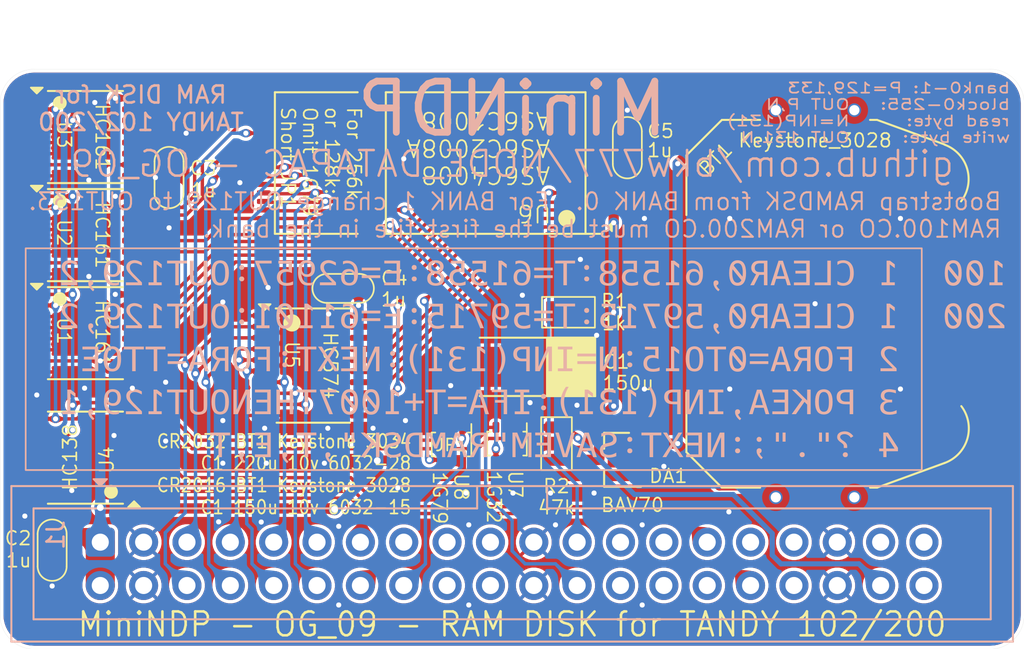
<source format=kicad_pcb>
(kicad_pcb (version 20241229) (generator "pcbnew") (generator_version "9.0")
  (title_block (title "MiniNDP") (date "2025-11-20") (rev "OG_09") (company "Brian K. White - b.kenyon.w@gmail.com") (comment 1 "github.com/bkw777/NODE_DATAPAC"))
  (layers (0 "F.Cu" signal) (2 "B.Cu" signal) (13 "F.Paste" user) (15 "B.Paste" user) (5 "F.SilkS" user "F.Silkscreen") (7 "B.SilkS" user "B.Silkscreen") (1 "F.Mask" user) (3 "B.Mask" user) (25 "Edge.Cuts" user))
  (net 0 "")
  (net 1 "GND")
  (net 2 "VMEM")
  (net 3 "VBUS")
  (net 4 "/AD0")
  (net 5 "/AD1")
  (net 6 "/AD2")
  (net 7 "/AD3")
  (net 8 "/AD4")
  (net 9 "/AD5")
  (net 10 "/AD6")
  (net 11 "/AD7")
  (net 12 "/A8")
  (net 13 "/A9")
  (net 14 "/A10")
  (net 15 "/A11")
  (net 16 "/A12")
  (net 17 "/A13")
  (net 18 "/A14")
  (net 19 "/A15")
  (net 20 "/~{RD}")
  (net 21 "/RAMRST")
  (net 22 "/~{Y0}")
  (net 23 "/(A)")
  (net 29 "/~{BLOCK}")
  (net 30 "/~{BYTE}")
  (net 31 "/TC0")
  (net 34 "/BUS_A10")
  (net 38 "/A5")
  (net 39 "/A6")
  (net 40 "/TC1")
  (net 41 "/~{CE}")
  (net 42 "/A7")
  (net 43 "+BATT")
  (net 44 "/BUS_A8")
  (net 45 "/BUS_A9")
  (net 46 "/A16")
  (net 47 "/A17")
  (net 48 "/A0")
  (net 49 "/A1")
  (net 50 "/A2")
  (net 51 "/A3")
  (net 52 "/A4")
  (net 65 "/A18_CE2")
  (net 68 "/~{WR}")
  (net 69 "Net-(C1-Pad1)")
  (footprint "000_LOCAL:CP_6032" (layer "F.Cu") (at 153.05 103.475 180)
    (property "Reference" "C1")
    (property "Value" "150u")
  )
  (footprint "000_LOCAL:TSSOP-16" (layer "F.Cu") (at 126.95 108.8 180)
    (property "Reference" "U4")
    (property "Value" "HC138")
  )
  (footprint "000_LOCAL:TSSOP-20" (layer "F.Cu") (at 140.3 103.4)
    (property "Reference" "U5")
    (property "Value" "HC574")
  )
  (footprint "000_LOCAL:C_0805" (layer "F.Cu") (at 142.05 98.875 180)
    (property "Reference" "C4")
    (property "Value" "1u")
  )
  (footprint "000_LOCAL:Fiducial_0.75_1.5" (layer "F.Cu") (at 179.95 88.025 180)
    (property "Reference" "F3" (hide yes))
    (property "Value" "Fiducial_0.75_1.5" (hide yes))
  )
  (footprint "000_LOCAL:TSSOP-16" (layer "F.Cu") (at 126.949999 95.75)
    (property "Reference" "U2")
    (property "Value" "HC161")
  )
  (footprint "000_LOCAL:C_0805" (layer "F.Cu") (at 158.7 90.625 90)
    (property "Reference" "C5")
    (property "Value" "1u")
  )
  (footprint "000_LOCAL:R_0805" (layer "F.Cu") (at 155.250002 100.275 180)
    (property "Reference" "R1")
    (property "Value" "1k")
  )
  (footprint "000_LOCAL:SOT-23" (layer "F.Cu") (at 158.1 108.925 180)
    (property "Reference" "DA1")
    (property "Value" "BAV70")
  )
  (footprint "000_LOCAL:SOT-353_SC-70-5" (layer "F.Cu") (at 151.65 107.975 -90)
    (property "Reference" "U7")
    (property "Value" "1G32")
  )
  (footprint "000_LOCAL:SOT-353_SC-70-5" (layer "F.Cu") (at 148.4 108.025 -90)
    (property "Reference" "U8")
    (property "Value" "1G79")
  )
  (footprint "000_LOCAL:R_0805" (layer "F.Cu") (at 154.55 107.975 90)
    (property "Reference" "R2")
    (property "Value" "47k")
  )
  (footprint "000_LOCAL:C_0805" (layer "F.Cu") (at 131.85 92.375 90)
    (property "Reference" "C3")
    (property "Value" "1u")
  )
  (footprint "000_LOCAL:MiniNDP_Cover_THIN" (layer "F.Cu") (at 151.95 103)
    (property "Reference" "N1")
    (property "Value" "MiniNDP_Cover_THIN")
  )
  (footprint "000_LOCAL:TSSOP-16" (layer "F.Cu") (at 126.95 90)
    (property "Reference" "U3")
    (property "Value" "HC161")
  )
  (footprint "000_LOCAL:Fiducial_0.75_1.5" (layer "F.Cu") (at 123.95 118.025)
    (property "Reference" "F3" (hide yes))
    (property "Value" "Fiducial_0.75_1.5" (hide yes))
  )
  (footprint "000_LOCAL:SolderJumper-2_Open 0.65mm" (layer "F.Cu") (at 148.400002 108.975001 180)
    (property "Reference" "JP1")
    (property "Value" "256k" (hide yes))
  )
  (footprint "000_LOCAL:Fiducial_0.75_1.5" (layer "F.Cu") (at 179.95 118.025 90)
    (property "Reference" "F3" (hide yes))
    (property "Value" "Fiducial_0.75_1.5" (hide yes))
  )
  (footprint "000_LOCAL:pth_nail" (layer "F.Cu") (at 167.4 88.425)
    (property "Reference" "REF**" (hide yes))
    (property "Value" "pth_nail" (hide yes))
  )
  (footprint "000_LOCAL:Keystone_3028_3034" (layer "F.Cu") (at 169.7 99.775 90)
    (property "Reference" "BT1")
    (property "Value" "Keystone_3028")
  )
  (footprint "000_LOCAL:pth_nail" (layer "F.Cu") (at 172 111.125)
    (property "Reference" "REF**" (hide yes))
    (property "Value" "pth_nail" (hide yes))
  )
  (footprint "000_LOCAL:pth_nail" (layer "F.Cu") (at 172 88.425)
    (property "Reference" "REF**" (hide yes))
    (property "Value" "pth_nail" (hide yes))
  )
  (footprint "000_LOCAL:TSOP32-dual" (layer "F.Cu") (at 150.4 91.525 180)
    (property "Reference" "U6")
    (property "Value" "AS6C4008")
  )
  (footprint "000_LOCAL:TSSOP-16" (layer "F.Cu") (at 126.95 101.5)
    (property "Reference" "U1")
    (property "Value" "HC161")
  )
  (footprint "000_LOCAL:pth_nail" (layer "F.Cu") (at 167.4 111.125)
    (property "Reference" "REF**" (hide yes))
    (property "Value" "pth_nail" (hide yes))
  )
  (footprint "000_LOCAL:C_0805" (layer "F.Cu") (at 125 114.225 -90)
    (property "Reference" "C2")
    (property "Value" "1u")
  )
  (footprint "000_LOCAL:IDC-Header_2x20_P2.54mm_Vertical" (layer "B.Cu") (at 127.82 113.755 -90)
    (property "Reference" "J1")
    (property "Value" "Conn_02x20_Odd_Even")
  )
  (gr_poly (pts (xy 128.064 97.575) (xy 127.864 97.375) (xy 128.264 97.375)) (stroke (width 0.2)) (fill yes) (layer "F.Cu") (net 31))
  (gr_poly (pts (xy 128.064 91.825) (xy 127.864 91.625) (xy 128.264 91.625)) (stroke (width 0.2)) (fill yes) (layer "F.Cu") (net 40))
  (gr_poly (pts (xy 144.493 107.575) (xy 144.693 107.775) (xy 144.293 107.775)) (stroke (width 0.2)) (fill yes) (layer "F.Cu") (net 29))
  (gr_poly (pts (xy 142.95 107.575) (xy 142.95 110.275) (xy 144.1 109.125) (xy 144.1 108.725)) (stroke (width 0.6)) (fill yes) (layer "B.Cu") (net 3))
  (gr_rect (start 123.45 96.525) (end 175.95 109.525) (stroke (width 0.1)) (fill no) (layer "B.SilkS"))
  (gr_line (start 123.95 86.025) (end 179.95 86.025) (stroke (width 0.01)) (layer "Edge.Cuts"))
  (gr_arc (start 121.95 88.025) (mid 122.535786 86.610786) (end 123.95 86.025) (stroke (width 0.01)) (layer "Edge.Cuts"))
  (gr_line (start 179.95 120.025) (end 123.95 120.025) (stroke (width 0.01)) (layer "Edge.Cuts"))
  (gr_arc (start 179.95 86.024999) (mid 181.364214 86.610786) (end 181.950001 88.025) (stroke (width 0.01)) (layer "Edge.Cuts"))
  (gr_line (start 181.95 88.025) (end 181.95 118.025) (stroke (width 0.01)) (layer "Edge.Cuts"))
  (gr_arc (start 181.950001 118.025) (mid 181.364214 119.439214) (end 179.95 120.025001) (stroke (width 0.01)) (layer "Edge.Cuts"))
  (gr_line (start 121.95 118.025) (end 121.95 88.025) (stroke (width 0.01)) (layer "Edge.Cuts"))
  (gr_arc (start 123.95 120.025001) (mid 122.535786 119.439214) (end 121.949999 118.025) (stroke (width 0.01)) (layer "Edge.Cuts"))
  (gr_text "For 256k\nor 128k:\nOmit 1G79\nShort JP1" (at 143.15 88.175 270) (layer "F.SilkS") (effects (font (size 0.8 0.8) (thickness 0.1)) (justify left top)))
  (gr_text "CR2032 BT1 Keystone 3034\nC1 220u 10v 6032-28\nCR2016 BT1 Keystone 3028\nC1 150u 10v 6032-15\n" (at 146.1 109.775 0) (layer "F.SilkS") (effects (font (size 0.8 0.7) (thickness 0.1)) (justify right)))
  (gr_text "${TITLE} - ${REVISION} - RAM DISK for TANDY 102/200" (at 151.95 118.575 0) (layer "F.SilkS") (effects (font (size 1.4 1.3))))
  (gr_text "AS6C2008A\nAS6C1008" (at 154.25 91.225 180) (layer "F.SilkS") (effects (font (size 1 1) (thickness 0.1)) (justify left top)))
  (gr_text "${TITLE}" (at 151.95 88.355 0) (layer "B.SilkS") (effects (font (size 3 3) (thickness 0.4)) (justify mirror)))
  (gr_text "bank0-1: P=129,133\nblock0-255:	OUT P,N\nread byte:	N=INP(131)\nwrite byte:	OUT 131,N" (at 181.2 88.575 0) (layer "B.SilkS") (effects (font (size 0.6 0.8) (thickness 0.1)) (justify left mirror)))
  (gr_text "${COMMENT1} - ${REVISION}" (at 151.95 91.575 0) (layer "B.SilkS") (effects (font (size 1.5 1.5)) (justify mirror)))
  (gr_text "Bootstrap RAMDSK from BANK 0.  For BANK 1 change OUT129 to OUT133.\nRAM100.CO or RAM200.CO must be the first file in the bank." (at 180.7 95.975 0) (layer "B.SilkS") (effects (font (size 1 1) (thickness 0.12)) (justify left bottom mirror)))
  (gr_text "100  1 CLEAR0,61558:T=61558:E=62957:OUT129,2\n200  1 CLEAR0,59715:T=59715:E=61101:OUT129,2\n     2 FORA=0TO15:N=INP(131):NEXT:FORA=TTOE\n     3 POKEA,INP(131):IFA=T+1007THENOUT129,1\n     4 ?{dblquote}.{dblquote};:NEXT:SAVEM{dblquote}RAMDSK{dblquote},T,E,T" (at 180.95 109.025 0) (layer "B.SilkS") (effects (font (size 1.5 1.5) (thickness 0.1)) (justify left bottom mirror)))
  (gr_text "RAM DISK for\nTANDY 102/200" (at 130.2 88.325 0) (layer "B.SilkS") (effects (font (size 1 1)) (justify mirror)))
  (segment (start 123.15 89.675) (end 125.05 89.675) (width 0.2) (layer "F.Cu") (net 1))
  (segment (start 123.15 90.325) (end 125.05 90.325) (width 0.2) (layer "F.Cu") (net 1))
  (segment (start 123.15 95.425) (end 125.05 95.425) (width 0.2) (layer "F.Cu") (net 1))
  (segment (start 123.15 101.825) (end 125.05 101.825) (width 0.2) (layer "F.Cu") (net 1))
  (segment (start 123.15 96.075) (end 125.05 96.075) (width 0.2) (layer "F.Cu") (net 1))
  (segment (start 123.15 101.175) (end 125.05 101.175) (width 0.2) (layer "F.Cu") (net 1))
  (via (at 134.7542 112.5612) (size 0.5) (drill 0.3) (layers "F.Cu" "B.Cu") (net 1))
  (via (at 131.65 107.825) (size 0.5) (drill 0.3) (layers "F.Cu" "B.Cu") (net 1))
  (via (at 141.79 117.438) (size 0.5) (drill 0.3) (layers "F.Cu" "B.Cu") (net 1))
  (via (at 159.57 112.739) (size 0.5) (drill 0.3) (layers "F.Cu" "B.Cu") (net 1))
  (via (at 160.84 109.31) (size 0.5) (drill 0.3) (layers "F.Cu" "B.Cu") (net 1))
  (via (at 155.95 97.175) (size 0.5) (drill 0.3) (layers "F.Cu" "B.Cu") (net 1))
  (via (at 164.7 94.775) (size 0.5) (drill 0.3) (layers "F.Cu" "B.Cu") (net 1))
  (via (at 137.65 98.825) (size 0.5) (drill 0.3) (layers "F.Cu" "B.Cu") (net 1))
  (via (at 131.85 95.325) (size 0.5) (drill 0.3) (layers "F.Cu" "B.Cu") (net 1))
  (via (at 141.79 112.825) (size 0.5) (drill 0.3) (layers "F.Cu" "B.Cu") (net 1))
  (via (at 129.7 104.725) (size 0.5) (drill 0.3) (layers "F.Cu" "B.Cu") (net 1))
  (via (at 174.7 94.775) (size 0.5) (drill 0.3) (layers "F.Cu" "B.Cu") (net 1))
  (via (at 154.49 112.739) (size 0.5) (drill 0.3) (layers "F.Cu" "B.Cu") (net 1))
  (via (at 124.1 105.125) (size 0.5) (drill 0.3) (layers "F.Cu" "B.Cu") (net 1))
  (via (at 127.5 87.975) (size 0.5) (drill 0.3) (layers "F.Cu" "B.Cu") (net 1))
  (via (at 149.25 110.875) (size 0.5) (drill 0.3) (layers "F.Cu" "B.Cu") (net 1))
  (via (at 159.7 94.775) (size 0.5) (drill 0.3) (layers "F.Cu" "B.Cu") (net 1))
  (via (at 145.25 110.575) (size 0.5) (drill 0.3) (layers "F.Cu" "B.Cu") (net 1))
  (via (at 156.75 110.875) (size 0.5) (drill 0.3) (layers "F.Cu" "B.Cu") (net 1))
  (via (at 159.57 117.438) (size 0.5) (drill 0.3) (layers "F.Cu" "B.Cu") (net 1))
  (via (at 131.65 104.375) (size 0.5) (drill 0.3) (layers "F.Cu" "B.Cu") (net 1))
  (via (at 141.2 100.375) (size 0.5) (drill 0.3) (layers "F.Cu" "B.Cu") (net 1))
  (via (at 126.9 104.725) (size 0.5) (drill 0.3) (layers "F.Cu" "B.Cu") (net 1))
  (via (at 123.4 112.225) (size 0.5) (drill 0.3) (layers "F.Cu" "B.Cu") (net 1))
  (via (at 145.6 91.275) (size 0.5) (drill 0.3) (layers "F.Cu" "B.Cu") (net 1))
  (via (at 132.85 89.775) (size 0.5) (drill 0.3) (layers "F.Cu" "B.Cu") (net 1))
  (via (at 164.7 104.775) (size 0.5) (drill 0.3) (layers "F.Cu" "B.Cu") (net 1))
  (via (at 153 105.575) (size 0.5) (drill 0.3) (layers "F.Cu" "B.Cu") (net 1))
  (via (at 135 109.125) (size 0.5) (drill 0.3) (layers "F.Cu" "B.Cu") (net 1))
  (via (at 125 116.325) (size 0.5) (drill 0.3) (layers "F.Cu" "B.Cu") (net 1))
  (via (at 137.45 107.075) (size 0.5) (drill 0.3) (layers "F.Cu" "B.Cu") (net 1))
  (via (at 127.15 92.525) (size 0.5) (drill 0.3) (layers "F.Cu" "B.Cu") (net 1))
  (via (at 135 99.675) (size 0.5) (drill 0.3) (layers "F.Cu" "B.Cu") (net 1))
  (via (at 159.7 104.775) (size 0.5) (drill 0.3) (layers "F.Cu" "B.Cu") (net 1))
  (via (at 137.25 112.575) (size 0.5) (drill 0.3) (layers "F.Cu" "B.Cu") (net 1))
  (via (at 143.8 107.075) (size 0.5) (drill 0.3) (layers "F.Cu" "B.Cu") (net 1))
  (via (at 128.625 107.5) (size 0.5) (drill 0.3) (layers "F.Cu" "B.Cu") (net 1))
  (via (at 127.15 98.175) (size 0.5) (drill 0.3) (layers "F.Cu" "B.Cu") (net 1))
  (via (at 152 110.875) (size 0.5) (drill 0.3) (layers "F.Cu" "B.Cu") (net 1))
  (via (at 135 106.625) (size 0.5) (drill 0.3) (layers "F.Cu" "B.Cu") (net 1))
  (via (at 158.7 88.425) (size 0.5) (drill 0.3) (layers "F.Cu" "B.Cu") (net 1))
  (via (at 141.15 107.075) (size 0.5) (drill 0.3) (layers "F.Cu" "B.Cu") (net 1))
  (via (at 126.15 110.725) (size 0.5) (drill 0.3) (layers "F.Cu" "B.Cu") (net 1))
  (via (at 137.55 109.125) (size 0.5) (drill 0.3) (layers "F.Cu" "B.Cu") (net 1))
  (via (at 148.35 104.575) (size 0.5) (drill 0.3) (layers "F.Cu" "B.Cu") (net 1))
  (via (at 155.75 105.725) (size 0.5) (drill 0.3) (layers "F.Cu" "B.Cu") (net 1))
  (via (at 149.41 112.739) (size 0.5) (drill 0.3) (layers "F.Cu" "B.Cu") (net 1))
  (via (at 174.7 104.775) (size 0.5) (drill 0.3) (layers "F.Cu" "B.Cu") (net 1))
  (via (at 131.05 92.375) (size 0.5) (drill 0.3) (layers "F.Cu" "B.Cu") (net 1))
  (via (at 140.95 109.125) (size 0.5) (drill 0.3) (layers "F.Cu" "B.Cu") (net 1))
  (via (at 156.9 101.625) (size 0.5) (drill 0.3) (layers "F.Cu" "B.Cu") (net 1))
  (via (at 169.7 99.775) (size 0.5) (drill 0.3) (layers "F.Cu" "B.Cu") (net 1))
  (via (at 136 92.675) (size 0.5) (drill 0.3) (layers "F.Cu" "B.Cu") (net 1))
  (via (at 145.7 106.625) (size 0.5) (drill 0.3) (layers "F.Cu" "B.Cu") (net 1))
  (via (at 154.2 110.875) (size 0.5) (drill 0.3) (layers "F.Cu" "B.Cu") (net 1))
  (via (at 149.41 117.438) (size 0.5) (drill 0.3) (layers "F.Cu" "B.Cu") (net 1))
  (via (at 152.55 99.275) (size 0.5) (drill 0.3) (layers "F.Cu" "B.Cu") (net 1))
  (via (at 164.65 111.977) (size 0.5) (drill 0.3) (layers "F.Cu" "B.Cu") (net 1))
  (segment (start 152.3 108.925) (end 154.55 108.925) (width 0.4) (layer "F.Cu") (net 2))
  (segment (start 158.25 91.525) (end 158.7 91.525) (width 0.6) (layer "F.Cu") (net 2))
  (segment (start 158.45 91.775) (end 156.9 91.775) (width 0.3) (layer "F.Cu") (net 2))
  (segment (start 157.9 95.025) (end 157.9 91.875) (width 0.6) (layer "F.Cu") (net 2))
  (segment (start 157.05 108.825) (end 156.95 108.925) (width 0.6) (layer "F.Cu") (net 2))
  (segment (start 157.9 100.275) (end 156.200002 100.275) (width 0.6) (layer "F.Cu") (net 2))
  (segment (start 157.9 91.875) (end 158.25 91.525) (width 0.6) (layer "F.Cu") (net 2))
  (segment (start 156.95 108.925) (end 154.55 108.925) (width 0.6) (layer "F.Cu") (net 2))
  (segment (start 157.05 106.625) (end 157.05 108.825) (width 0.6) (layer "F.Cu") (net 2))
  (segment (start 158.7 91.525) (end 158.45 91.775) (width 0.3) (layer "F.Cu") (net 2))
  (segment (start 157.9 105.775) (end 157.05 106.625) (width 0.6) (layer "F.Cu") (net 2))
  (via (at 157.9 95.025) (size 0.6) (drill 0.3) (layers "F.Cu" "B.Cu") (net 2))
  (via (at 157.9 100.275) (size 0.6) (drill 0.3) (layers "F.Cu" "B.Cu") (net 2))
  (via (at 157.9 105.775) (size 0.6) (drill 0.3) (layers "F.Cu" "B.Cu") (net 2))
  (segment (start 157.9 105.775) (end 157.9 100.275) (width 0.6) (layer "B.Cu") (net 2))
  (segment (start 157.9 95.025) (end 157.9 100.275) (width 0.6) (layer "B.Cu") (net 2))
  (segment (start 128.7 99.225) (end 129.8 99.225) (width 0.35) (layer "F.Cu") (net 3))
  (segment (start 125 113.325) (end 127.39 113.325) (width 0.8) (layer "F.Cu") (net 3))
  (segment (start 128.25 103.775) (end 129.8 103.775) (width 0.2) (layer "F.Cu") (net 3))
  (segment (start 146.55 109.875) (end 159.25 109.875) (width 0.6) (layer "F.Cu") (net 3))
  (segment (start 127.87 111.775) (end 127.82 111.725) (width 0.6) (layer "F.Cu") (net 3))
  (segment (start 124.7 111.225) (end 124.7 113.025) (width 0.6) (layer "F.Cu") (net 3))
  (segment (start 127.39 113.325) (end 127.82 113.755) (width 0.8) (layer "F.Cu") (net 3))
  (segment (start 141.5 111.775) (end 127.87 111.775) (width 0.6) (layer "F.Cu") (net 3))
  (segment (start 142.95 99.875) (end 142.95 100.275) (width 0.4) (layer "F.Cu") (net 3))
  (segment (start 142.95 99.875) (end 142.95 98.875) (width 0.4) (layer "F.Cu") (net 3))
  (segment (start 127.82 103.125) (end 129.8 103.125) (width 0.2) (layer "F.Cu") (net 3))
  (segment (start 129.8 93.474999) (end 129.8 92.275) (width 0.2) (layer "F.Cu") (net 3))
  (segment (start 128.7 93.475) (end 129.799999 93.475) (width 0.35) (layer "F.Cu") (net 3))
  (segment (start 124.7 111.225) (end 124.7 111.075) (width 0.35) (layer "F.Cu") (net 3))
  (segment (start 129.799999 93.475) (end 129.8 93.474999) (width 0.2) (layer "F.Cu") (net 3))
  (segment (start 149.05 109.875) (end 149.05 108.975) (width 0.4) (layer "F.Cu") (net 3))
  (segment (start 141.55 111.825) (end 141.5 111.775) (width 0.6) (layer "F.Cu") (net 3))
  (segment (start 127.82 103.125) (end 127.82 103.345) (width 0.2) (layer "F.Cu") (net 3))
  (segment (start 144.05 108.975) (end 145.65 108.975) (width 0.6) (layer "F.Cu") (net 3))
  (segment (start 129.8 87.725) (end 128.7 87.725) (width 0.35) (layer "F.Cu") (net 3))
  (segment (start 131.85 93.275) (end 131.65 93.475) (width 0.35) (layer "F.Cu") (net 3))
  (segment (start 127.82 103.345) (end 128.25 103.775) (width 0.2) (layer "F.Cu") (net 3))
  (segment (start 129.799999 99.224999) (end 129.8 99.225) (width 0.2) (layer "F.Cu") (net 3))
  (segment (start 124.7 113.025) (end 125 113.325) (width 0.6) (layer "F.Cu") (net 3))
  (segment (start 129.799999 98.025) (end 129.799999 99.224999) (width 0.2) (layer "F.Cu") (net 3))
  (segment (start 127.82 113.755) (end 127.82 116.295) (width 1.7) (layer "F.Cu") (net 3))
  (segment (start 131.65 93.475) (end 129.799999 93.475) (width 0.35) (layer "F.Cu") (net 3))
  (segment (start 145.65 108.975) (end 146.55 109.875) (width 0.6) (layer "F.Cu") (net 3))
  (segment (start 142.95 100.275) (end 143.15 100.475) (width 0.35) (layer "F.Cu") (net 3))
  (segment (start 124.7 111.075) (end 124.1 111.075) (width 0.35) (layer "F.Cu") (net 3))
  (segment (start 124.1 103.125) (end 127.82 103.125) (width 0.2) (layer "F.Cu") (net 3))
  (via (at 127.82 103.125) (size 0.6) (drill 0.3) (layers "F.Cu" "B.Cu") (net 3))
  (via (at 128.7 87.725) (size 0.6) (drill 0.3) (layers "F.Cu" "B.Cu") (net 3))
  (via (at 128.7 93.475) (size 0.6) (drill 0.3) (layers "F.Cu" "B.Cu") (net 3))
  (via (at 127.82 111.725) (size 0.7) (drill 0.4) (layers "F.Cu" "B.Cu") (net 3))
  (via (at 141.55 111.825) (size 0.7) (drill 0.4) (layers "F.Cu" "B.Cu") (net 3))
  (via (at 142.95 99.875) (size 0.6) (drill 0.3) (layers "F.Cu" "B.Cu") (net 3))
  (via (at 144.05 108.975) (size 0.7) (drill 0.4) (layers "F.Cu" "B.Cu") (net 3))
  (via (at 128.7 99.225) (size 0.6) (drill 0.3) (layers "F.Cu" "B.Cu") (net 3))
  (segment (start 144.1 109.275) (end 144.1 108.725) (width 0.6) (layer "B.Cu") (net 3))
  (segment (start 144.1 108.725) (end 142.95 107.575) (width 0.6) (layer "B.Cu") (net 3))
  (segment (start 128.7 102.245) (end 127.82 103.125) (width 0.6) (layer "B.Cu") (net 3))
  (segment (start 128.7 87.725) (end 128.7 99.225) (width 0.6) (layer "B.Cu") (net 3))
  (segment (start 127.82 111.725) (end 127.82 113.755) (width 0.6) (layer "B.Cu") (net 3))
  (segment (start 128.7 99.225) (end 128.7 102.245) (width 0.6) (layer "B.Cu") (net 3))
  (segment (start 141.55 111.825) (end 144.1 109.275) (width 0.6) (layer "B.Cu") (net 3))
  (segment (start 142.95 107.575) (end 142.95 99.875) (width 0.6) (layer "B.Cu") (net 3))
  (segment (start 127.82 111.725) (end 127.82 103.15) (width 0.6) (layer "B.Cu") (net 3))
  (segment (start 135.05 101.125) (end 137.45 101.125) (width 0.2) (layer "F.Cu") (net 4))
  (segment (start 143.9 89.775) (end 137.4 89.775) (width 0.2) (layer "F.Cu") (net 4))
  (segment (start 137.4 89.775) (end 136.35 89.775) (width 0.2) (layer "F.Cu") (net 4))
  (segment (start 132.8 103.375) (end 135.05 101.125) (width 0.2) (layer "F.Cu") (net 4))
  (via (at 136.35 89.775) (size 0.5) (drill 0.3) (layers "F.Cu" "B.Cu") (net 4))
  (via (at 132.8 103.375) (size 0.5) (drill 0.3) (layers "F.Cu" "B.Cu") (net 4))
  (segment (start 132.8 103.375) (end 132.8 112.025) (width 0.2) (layer "B.Cu") (net 4))
  (segment (start 131.63 113.195) (end 131.63 115.025) (width 0.2) (layer "B.Cu") (net 4))
  (segment (start 136.35 89.775) (end 135.5 89.775) (width 0.2) (layer "B.Cu") (net 4))
  (segment (start 132.8 112.025) (end 131.63 113.195) (width 0.2) (layer "B.Cu") (net 4))
  (segment (start 135.5 89.775) (end 132.8 92.475) (width 0.2) (layer "B.Cu") (net 4))
  (segment (start 132.8 92.475) (end 132.8 103.375) (width 0.2) (layer "B.Cu") (net 4))
  (segment (start 131.63 115.025) (end 132.9 116.295) (width 0.2) (layer "B.Cu") (net 4))
  (segment (start 135.5 101.775) (end 137.45 101.775) (width 0.2) (layer "F.Cu") (net 5))
  (segment (start 134.4 91.725) (end 135.8 90.325) (width 0.2) (layer "F.Cu") (net 5))
  (segment (start 137.425 90.275) (end 143.9 90.275) (width 0.2) (layer "F.Cu") (net 5))
  (segment (start 135.8 90.325) (end 137.375 90.325) (width 0.2) (layer "F.Cu") (net 5))
  (segment (start 133.4 103.875) (end 135.5 101.775) (width 0.2) (layer "F.Cu") (net 5))
  (segment (start 137.375 90.325) (end 137.425 90.275) (width 0.2) (layer "F.Cu") (net 5))
  (via (at 133.4 103.875) (size 0.5) (drill 0.3) (layers "F.Cu" "B.Cu") (net 5))
  (via (at 134.4 91.725) (size 0.5) (drill 0.3) (layers "F.Cu" "B.Cu") (net 5))
  (segment (start 134.4 91.725) (end 133.4 92.725) (width 0.2) (layer "B.Cu") (net 5))
  (segment (start 133.4 92.725) (end 133.4 103.875) (width 0.2) (layer "B.Cu") (net 5))
  (segment (start 133.4 113.255) (end 132.9 113.755) (width 0.2) (layer "B.Cu") (net 5))
  (segment (start 133.4 103.875) (end 133.4 113.255) (width 0.2) (layer "B.Cu") (net 5))
  (segment (start 136.15 90.825) (end 137.35 90.825) (width 0.2) (layer "F.Cu") (net 6))
  (segment (start 135.75 102.425) (end 137.45 102.425) (width 0.2) (layer "F.Cu") (net 6))
  (segment (start 134.4 92.575) (end 136.15 90.825) (width 0.2) (layer "F.Cu") (net 6))
  (segment (start 143.85 90.725) (end 143.9 90.775) (width 0.2) (layer "F.Cu") (net 6))
  (segment (start 137.45 90.725) (end 143.85 90.725) (width 0.2) (layer "F.Cu") (net 6))
  (segment (start 134 104.175) (end 135.75 102.425) (width 0.2) (layer "F.Cu") (net 6))
  (segment (start 137.35 90.825) (end 137.45 90.725) (width 0.2) (layer "F.Cu") (net 6))
  (segment (start 134 104.375) (end 134 104.175) (width 0.2) (layer "F.Cu") (net 6))
  (via (at 134 104.375) (size 0.5) (drill 0.3) (layers "F.Cu" "B.Cu") (net 6))
  (via (at 134.4 92.575) (size 0.5) (drill 0.3) (layers "F.Cu" "B.Cu") (net 6))
  (segment (start 134 104.375) (end 134.17 104.545) (width 0.2) (layer "B.Cu") (net 6))
  (segment (start 134.17 115.025) (end 135.44 116.295) (width 0.2) (layer "B.Cu") (net 6))
  (segment (start 134.17 104.545) (end 134.17 115.025) (width 0.2) (layer "B.Cu") (net 6))
  (segment (start 134.4 92.575) (end 134 92.975) (width 0.2) (layer "B.Cu") (net 6))
  (segment (start 134 92.975) (end 134 104.375) (width 0.2) (layer "B.Cu") (net 6))
  (segment (start 135.95 103.075) (end 137.45 103.075) (width 0.2) (layer "F.Cu") (net 7))
  (segment (start 138.6625 91.725) (end 143.85 91.725) (width 0.2) (layer "F.Cu") (net 7))
  (segment (start 137.4 91.775) (end 138.6125 91.775) (width 0.2) (layer "F.Cu") (net 7))
  (segment (start 143.85 91.725) (end 143.9 91.775) (width 0.2) (layer "F.Cu") (net 7))
  (segment (start 138.6125 91.775) (end 138.6625 91.725) (width 0.2) (layer "F.Cu") (net 7))
  (via (at 138.6125 91.775) (size 0.5) (drill 0.3) (layers "F.Cu" "B.Cu") (net 7))
  (via (at 135.95 103.075) (size 0.5) (drill 0.3) (layers "F.Cu" "B.Cu") (net 7))
  (segment (start 135.95 103.075) (end 135.8 103.225) (width 0.2) (layer "B.Cu") (net 7))
  (segment (start 135.8 103.225) (end 135.8 113.395) (width 0.2) (layer "B.Cu") (net 7))
  (segment (start 135.8 113.395) (end 135.44 113.755) (width 0.2) (layer "B.Cu") (net 7))
  (segment (start 135.95 103.075) (end 135.95 94.4375) (width 0.2) (layer "B.Cu") (net 7))
  (segment (start 135.95 94.4375) (end 138.6125 91.775) (width 0.2) (layer "B.Cu") (net 7))
  (segment (start 139.1625 92.325) (end 139.2625 92.225) (width 0.2) (layer "F.Cu") (net 8))
  (segment (start 137.4 92.275) (end 137.45 92.325) (width 0.2) (layer "F.Cu") (net 8))
  (segment (start 143.85 92.225) (end 143.9 92.275) (width 0.2) (layer "F.Cu") (net 8))
  (segment (start 139.2625 92.225) (end 143.85 92.225) (width 0.2) (layer "F.Cu") (net 8))
  (segment (start 137.45 92.325) (end 139.1625 92.325) (width 0.2) (layer "F.Cu") (net 8))
  (segment (start 136.4 103.725) (end 137.45 103.725) (width 0.2) (layer "F.Cu") (net 8))
  (via (at 136.4 103.725) (size 0.5) (drill 0.3) (layers "F.Cu" "B.Cu") (net 8))
  (via (at 139.2125 92.275) (size 0.5) (drill 0.3) (layers "F.Cu" "B.Cu") (net 8))
  (segment (start 136.55 94.9375) (end 139.2125 92.275) (width 0.2) (layer "B.Cu") (net 8))
  (segment (start 136.55 103.575) (end 136.55 94.9375) (width 0.2) (layer "B.Cu") (net 8))
  (segment (start 136.4 103.725) (end 136.4 112.675) (width 0.2) (layer "B.Cu") (net 8))
  (segment (start 136.71 115.025) (end 137.98 116.295) (width 0.2) (layer "B.Cu") (net 8))
  (segment (start 136.4 112.675) (end 136.71 112.985) (width 0.2) (layer "B.Cu") (net 8))
  (segment (start 136.71 112.985) (end 136.71 115.025) (width 0.2) (layer "B.Cu") (net 8))
  (segment (start 136.4 103.725) (end 136.55 103.575) (width 0.2) (layer "B.Cu") (net 8))
  (segment (start 143.85 92.725) (end 143.9 92.775) (width 0.2) (layer "F.Cu") (net 9))
  (segment (start 139.7625 92.825) (end 139.8625 92.725) (width 0.2) (layer "F.Cu") (net 9))
  (segment (start 137.4 92.775) (end 137.45 92.825) (width 0.2) (layer "F.Cu") (net 9))
  (segment (start 138.615 104.375) (end 137.45 104.375) (width 0.2) (layer "F.Cu") (net 9))
  (segment (start 139.8625 92.725) (end 143.85 92.725) (width 0.2) (layer "F.Cu") (net 9))
  (segment (start 137.45 92.825) (end 139.7625 92.825) (width 0.2) (layer "F.Cu") (net 9))
  (via (at 138.615 104.375) (size 0.5) (drill 0.3) (layers "F.Cu" "B.Cu") (net 9))
  (via (at 139.8125 92.775) (size 0.5) (drill 0.3) (layers "F.Cu" "B.Cu") (net 9))
  (segment (start 138.615 113.12) (end 137.98 113.755) (width 0.2) (layer "B.Cu") (net 9))
  (segment (start 138.615 93.9725) (end 138.615 104.375) (width 0.2) (layer "B.Cu") (net 9))
  (segment (start 139.8125 92.775) (end 138.615 93.9725) (width 0.2) (layer "B.Cu") (net 9))
  (segment (start 138.615 104.375) (end 138.615 113.12) (width 0.2) (layer "B.Cu") (net 9))
  (segment (start 139.25 105.025) (end 137.45 105.025) (width 0.2) (layer "F.Cu") (net 10))
  (segment (start 137.45 93.325) (end 137.4 93.275) (width 0.2) (layer "F.Cu") (net 10))
  (segment (start 140.3625 93.325) (end 137.45 93.325) (width 0.2) (layer "F.Cu") (net 10))
  (segment (start 143.9 93.275) (end 143.85 93.225) (width 0.2) (layer "F.Cu") (net 10))
  (segment (start 140.4125 93.275) (end 140.3625 93.325) (width 0.2) (layer "F.Cu") (net 10))
  (segment (start 143.85 93.225) (end 140.4625 93.225) (width 0.2) (layer "F.Cu") (net 10))
  (segment (start 140.4625 93.225) (end 140.4125 93.275) (width 0.2) (layer "F.Cu") (net 10))
  (via (at 140.4125 93.275) (size 0.5) (drill 0.3) (layers "F.Cu" "B.Cu") (net 10))
  (via (at 139.25 105.025) (size 0.5) (drill 0.3) (layers "F.Cu" "B.Cu") (net 10))
  (segment (start 139.25 94.4375) (end 140.4125 93.275) (width 0.2) (layer "B.Cu") (net 10))
  (segment (start 139.25 105.025) (end 139.25 94.4375) (width 0.2) (layer "B.Cu") (net 10))
  (segment (start 139.25 115.025) (end 140.52 116.295) (width 0.2) (layer "B.Cu") (net 10))
  (segment (start 139.25 105.025) (end 139.25 115.025) (width 0.2) (layer "B.Cu") (net 10))
  (segment (start 137.45 93.825) (end 137.4 93.775) (width 0.2) (layer "F.Cu") (net 11))
  (segment (start 140.9625 93.825) (end 137.45 93.825) (width 0.2) (layer "F.Cu") (net 11))
  (segment (start 139.85 105.675) (end 137.45 105.675) (width 0.2) (layer "F.Cu") (net 11))
  (segment (start 141.0125 93.775) (end 140.9625 93.825) (width 0.2) (layer "F.Cu") (net 11))
  (segment (start 143.9 93.775) (end 141.0125 93.775) (width 0.2) (layer "F.Cu") (net 11))
  (via (at 139.85 105.675) (size 0.5) (drill 0.3) (layers "F.Cu" "B.Cu") (net 11))
  (via (at 141.0125 93.775) (size 0.5) (drill 0.3) (layers "F.Cu" "B.Cu") (net 11))
  (segment (start 139.85 105.675) (end 139.85 94.9375) (width 0.2) (layer "B.Cu") (net 11))
  (segment (start 139.85 105.675) (end 139.85 113.085) (width 0.2) (layer "B.Cu") (net 11))
  (segment (start 139.85 113.085) (end 140.52 113.755) (width 0.2) (layer "B.Cu") (net 11))
  (segment (start 139.85 94.9375) (end 141.0125 93.775) (width 0.2) (layer "B.Cu") (net 11))
  (segment (start 137.4 87.775) (end 132.25 87.775) (width 0.2) (layer "F.Cu") (net 12))
  (segment (start 143.9 87.775) (end 137.4 87.775) (width 0.2) (layer "F.Cu") (net 12))
  (segment (start 131 89.025) (end 129.8 89.025) (width 0.2) (layer "F.Cu") (net 12))
  (segment (start 132.25 87.775) (end 131 89.025) (width 0.2) (layer "F.Cu") (net 12))
  (segment (start 131.1 89.675) (end 129.8 89.675) (width 0.2) (layer "F.Cu") (net 13))
  (segment (start 132.5 88.275) (end 131.1 89.675) (width 0.2) (layer "F.Cu") (net 13))
  (segment (start 137.4 88.275) (end 132.5 88.275) (width 0.2) (layer "F.Cu") (net 13))
  (segment (start 143.9 88.275) (end 137.4 88.275) (width 0.2) (layer "F.Cu") (net 13))
  (segment (start 144.25 100.825) (end 144.25 99.525) (width 0.2) (layer "F.Cu") (net 14))
  (segment (start 143.95 101.125) (end 144.25 100.825) (width 0.2) (layer "F.Cu") (net 14))
  (segment (start 153.5 90.275) (end 156.9 90.275) (width 0.2) (layer "F.Cu") (net 14))
  (segment (start 143.15 101.125) (end 143.95 101.125) (width 0.2) (layer "F.Cu") (net 14))
  (segment (start 144.25 99.525) (end 153.5 90.275) (width 0.2) (layer "F.Cu") (net 14))
  (segment (start 153.6 90.775) (end 156.9 90.775) (width 0.2) (layer "F.Cu") (net 15))
  (segment (start 143.95 101.775) (end 144.65 101.075) (width 0.2) (layer "F.Cu") (net 15))
  (segment (start 143.15 101.775) (end 143.95 101.775) (width 0.2) (layer "F.Cu") (net 15))
  (segment (start 144.65 101.075) (end 144.65 99.725) (width 0.2) (layer "F.Cu") (net 15))
  (segment (start 144.65 99.725) (end 153.6 90.775) (width 0.2) (layer "F.Cu") (net 15))
  (segment (start 153.3 92.275) (end 156.9 92.275) (width 0.2) (layer "F.Cu") (net 16))
  (segment (start 146 100.675) (end 146 99.575) (width 0.2) (layer "F.Cu") (net 16))
  (segment (start 143.15 102.425) (end 144.25 102.425) (width 0.2) (layer "F.Cu") (net 16))
  (segment (start 146 99.575) (end 153.3 92.275) (width 0.2) (layer "F.Cu") (net 16))
  (segment (start 144.25 102.425) (end 146 100.675) (width 0.2) (layer "F.Cu") (net 16))
  (segment (start 153.45 93.825) (end 156.85 93.825) (width 0.2) (layer "F.Cu") (net 17))
  (segment (start 144.2 103.075) (end 153.45 93.825) (width 0.2) (layer "F.Cu") (net 17))
  (segment (start 143.15 103.075) (end 144.2 103.075) (width 0.2) (layer "F.Cu") (net 17))
  (segment (start 156.85 93.825) (end 156.9 93.775) (width 0.2) (layer "F.Cu") (net 17))
  (segment (start 153.6 94.275) (end 156.9 94.275) (width 0.2) (layer "F.Cu") (net 18))
  (segment (start 144.15 103.725) (end 153.6 94.275) (width 0.2) (layer "F.Cu") (net 18))
  (segment (start 143.15 103.725) (end 144.15 103.725) (width 0.2) (layer "F.Cu") (net 18))
  (segment (start 143.15 104.375) (end 144.096078 104.375) (width 0.2) (layer "F.Cu") (net 19))
  (segment (start 144.096078 104.375) (end 153.696078 94.775) (width 0.2) (layer "F.Cu") (net 19))
  (segment (start 153.696078 94.775) (end 156.9 94.775) (width 0.2) (layer "F.Cu") (net 19))
  (segment (start 144.75 95.225) (end 144.8 95.175) (width 0.2) (layer "F.Cu") (net 20))
  (segment (start 143.9 95.275) (end 143.95 95.225) (width 0.2) (layer "F.Cu") (net 20))
  (segment (start 143.95 95.225) (end 144.75 95.225) (width 0.2) (layer "F.Cu") (net 20))
  (segment (start 137.4 95.275) (end 143.9 95.275) (width 0.2) (layer "F.Cu") (net 20))
  (via (at 144.8 95.175) (size 0.5) (drill 0.3) (layers "F.Cu" "B.Cu") (net 20))
  (segment (start 155.76 116.295) (end 154.49 115.025) (width 0.2) (layer "B.Cu") (net 20))
  (segment (start 150.4 100.775) (end 144.8 95.175) (width 0.2) (layer "B.Cu") (net 20))
  (segment (start 154.49 115.025) (end 152.712 115.025) (width 0.2) (layer "B.Cu") (net 20))
  (segment (start 152.712 115.025) (end 151.95 114.263) (width 0.2) (layer "B.Cu") (net 20))
  (segment (start 151.95 112.485) (end 150.4 110.935) (width 0.2) (layer "B.Cu") (net 20))
  (segment (start 150.4 110.935) (end 150.4 100.775) (width 0.2) (layer "B.Cu") (net 20))
  (segment (start 151.95 114.263) (end 151.95 112.485) (width 0.2) (layer "B.Cu") (net 20))
  (segment (start 155.8 107.65) (end 155.375 107.225) (width 0.3) (layer "F.Cu") (net 21))
  (segment (start 154.55 107.025) (end 152.3 107.025) (width 0.3) (layer "F.Cu") (net 21))
  (segment (start 154.75 107.225) (end 154.55 107.025) (width 0.3) (layer "F.Cu") (net 21))
  (segment (start 155.375 107.225) (end 154.75 107.225) (width 0.3) (layer "F.Cu") (net 21))
  (via (at 155.8 107.65) (size 0.5) (drill 0.3) (layers "F.Cu" "B.Cu") (net 21))
  (segment (start 167.19 113.247) (end 164.904 110.961) (width 0.3) (layer "B.Cu") (net 21))
  (segment (start 167.19 114.517) (end 167.19 113.247) (width 0.3) (layer "B.Cu") (net 21))
  (segment (start 159.111 110.961) (end 155.8 107.65) (width 0.3) (layer "B.Cu") (net 21))
  (segment (start 167.698 115.025) (end 167.19 114.517) (width 0.3) (layer "B.Cu") (net 21))
  (segment (start 173.54 116.295) (end 172.27 115.025) (width 0.3) (layer "B.Cu") (net 21))
  (segment (start 164.904 110.961) (end 159.111 110.961) (width 0.3) (layer "B.Cu") (net 21))
  (segment (start 172.27 115.025) (end 167.698 115.025) (width 0.3) (layer "B.Cu") (net 21))
  (segment (start 131.15 109.125) (end 132.4 110.375) (width 0.2) (layer "F.Cu") (net 22))
  (segment (start 161.7 112.075) (end 163.38 113.755) (width 0.2) (layer "F.Cu") (net 22))
  (segment (start 132.4 110.375) (end 142.3 110.375) (width 0.2) (layer "F.Cu") (net 22))
  (segment (start 142.3 110.375) (end 144 112.075) (width 0.2) (layer "F.Cu") (net 22))
  (segment (start 129.8 109.125) (end 131.15 109.125) (width 0.2) (layer "F.Cu") (net 22))
  (segment (start 144 112.075) (end 161.7 112.075) (width 0.2) (layer "F.Cu") (net 22))
  (segment (start 163.95 112.425) (end 164.65 113.125) (width 0.2) (layer "F.Cu") (net 23))
  (segment (start 132.675 109.975) (end 142.5 109.975) (width 0.2) (layer "F.Cu") (net 23))
  (segment (start 164.65 115.025) (end 165.92 116.295) (width 0.2) (layer "F.Cu") (net 23))
  (segment (start 130.525 107.825) (end 132.675 109.975) (width 0.2) (layer "F.Cu") (net 23))
  (segment (start 164.65 113.125) (end 164.65 115.025) (width 0.2) (layer "F.Cu") (net 23))
  (segment (start 162.2 111.675) (end 162.95 112.425) (width 0.2) (layer "F.Cu") (net 23))
  (segment (start 162.95 112.425) (end 163.95 112.425) (width 0.2) (layer "F.Cu") (net 23))
  (segment (start 144.2 111.675) (end 162.2 111.675) (width 0.2) (layer "F.Cu") (net 23))
  (segment (start 129.8 107.825) (end 130.525 107.825) (width 0.2) (layer "F.Cu") (net 23))
  (segment (start 142.5 109.975) (end 144.2 111.675) (width 0.2) (layer "F.Cu") (net 23))
  (segment (start 144.493 106.668) (end 144.2 106.375) (width 0.2) (layer "F.Cu") (net 29))
  (segment (start 126.35 105.575) (end 131.15 105.575) (width 0.2) (layer "F.Cu") (net 29))
  (segment (start 148.05 107.775) (end 148.4 107.425) (width 0.2) (layer "F.Cu") (net 29))
  (segment (start 144.593 107.775) (end 148.05 107.775) (width 0.2) (layer "F.Cu") (net 29))
  (segment (start 133.35 107.775) (end 144.393 107.775) (width 0.2) (layer "F.Cu") (net 29))
  (segment (start 126.2 99.225) (end 124.1 99.225) (width 0.2) (layer "F.Cu") (net 29))
  (segment (start 125.6 107.775) (end 124.15 107.775) (width 0.2) (layer "F.Cu") (net 29))
  (segment (start 131.15 105.575) (end 133.35 107.775) (width 0.2) (layer "F.Cu") (net 29))
  (segment (start 124.15 107.775) (end 124.1 107.825) (width 0.2) (layer "F.Cu") (net 29))
  (segment (start 126.2 105.725) (end 126.35 105.575) (width 0.2) (layer "F.Cu") (net 29))
  (segment (start 125.475 87.725) (end 124.1 87.725) (width 0.2) (layer "F.Cu") (net 29))
  (segment (start 126.2 107.175) (end 125.6 107.775) (width 0.2) (layer "F.Cu") (net 29))
  (segment (start 124.099999 93.475) (end 126.2 93.475) (width 0.2) (layer "F.Cu") (net 29))
  (segment (start 144.493 107.675) (end 144.593 107.775) (width 0.2) (layer "F.Cu") (net 29))
  (segment (start 143.2 106.375) (end 143.15 106.325) (width 0.2) (layer "F.Cu") (net 29))
  (segment (start 144.2 106.375) (end 143.2 106.375) (width 0.2) (layer "F.Cu") (net 29))
  (segment (start 126.2 89.025) (end 126.2 88.45) (width 0.2) (layer "F.Cu") (net 29))
  (segment (start 126.2 88.45) (end 125.475 87.725) (width 0.2) (layer "F.Cu") (net 29))
  (segment (start 144.493 107.675) (end 144.493 106.668) (width 0.2) (layer "F.Cu") (net 29))
  (segment (start 144.393 107.775) (end 144.493 107.675) (width 0.2) (layer "F.Cu") (net 29))
  (segment (start 148.4 107.425) (end 148.4 107.075001) (width 0.2) (layer "F.Cu") (net 29))
  (via (at 126.2 89.025) (size 0.5) (drill 0.3) (layers "F.Cu" "B.Cu") (net 29))
  (via (at 126.2 99.225) (size 0.5) (drill 0.3) (layers "F.Cu" "B.Cu") (net 29))
  (via (at 126.2 105.725) (size 0.5) (drill 0.3) (layers "F.Cu" "B.Cu") (net 29))
  (via (at 126.2 107.175) (size 0.5) (drill 0.3) (layers "F.Cu" "B.Cu") (net 29))
  (via (at 126.2 93.475) (size 0.5) (drill 0.3) (layers "F.Cu" "B.Cu") (net 29))
  (segment (start 126.2 99.225) (end 126.2 93.475) (width 0.2) (layer "B.Cu") (net 29))
  (segment (start 126.2 93.475) (end 126.2 89.025) (width 0.2) (layer "B.Cu") (net 29))
  (segment (start 126.2 99.225) (end 126.2 105.725) (width 0.2) (layer "B.Cu") (net 29))
  (segment (start 126.2 107.175) (end 126.2 105.725) (width 0.2) (layer "B.Cu") (net 29))
  (segment (start 151.4 107.675) (end 151.65 107.425) (width 0.2) (layer "F.Cu") (net 30))
  (segment (start 126.45 106.525) (end 127 105.975) (width 0.2) (layer "F.Cu") (net 30))
  (segment (start 124.1 88.375) (end 125.2 88.375) (width 0.2) (layer "F.Cu") (net 30))
  (segment (start 125.2 106.525) (end 126.45 106.525) (width 0.2) (layer "F.Cu") (net 30))
  (segment (start 149.95 108.275) (end 150.55 107.675) (width 0.2) (layer "F.Cu") (net 30))
  (segment (start 130.9 105.975) (end 133.2 108.275) (width 0.2) (layer "F.Cu") (net 30))
  (segment (start 151.65 107.425) (end 151.65 107.025001) (width 0.2) (layer "F.Cu") (net 30))
  (segment (start 133.2 108.275) (end 149.95 108.275) (width 0.2) (layer "F.Cu") (net 30))
  (segment (start 127 105.975) (end 130.9 105.975) (width 0.2) (layer "F.Cu") (net 30))
  (segment (start 125.2 106.525) (end 124.1 106.525) (width 0.2) (layer "F.Cu") (net 30))
  (segment (start 124.1 99.875) (end 125.2 99.875) (width 0.2) (layer "F.Cu") (net 30))
  (segment (start 150.55 107.675) (end 151.4 107.675) (width 0.2) (layer "F.Cu") (net 30))
  (segment (start 124.099999 94.125) (end 125.2 94.125) (width 0.2) (layer "F.Cu") (net 30))
  (via (at 125.2 88.375) (size 0.5) (drill 0.3) (layers "F.Cu" "B.Cu") (net 30))
  (via (at 125.2 106.525) (size 0.5) (drill 0.3) (layers "F.Cu" "B.Cu") (net 30))
  (via (at 125.2 99.875) (size 0.5) (drill 0.3) (layers "F.Cu" "B.Cu") (net 30))
  (via (at 125.2 94.125) (size 0.5) (drill 0.3) (layers "F.Cu" "B.Cu") (net 30))
  (segment (start 125.2 99.875) (end 125.2 94.125) (width 0.2) (layer "B.Cu") (net 30))
  (segment (start 125.2 106.525) (end 125.2 99.875) (width 0.2) (layer "B.Cu") (net 30))
  (segment (start 125.2 94.125) (end 125.2 88.375) (width 0.2) (layer "B.Cu") (net 30))
  (segment (start 128.4 99.875) (end 128.064 99.539) (width 0.2) (layer "F.Cu") (net 31))
  (segment (start 124.099999 97.375) (end 129.799999 97.375) (width 0.2) (layer "F.Cu") (net 31))
  (segment (start 129.75 99.875) (end 128.4 99.875) (width 0.2) (layer "F.Cu") (net 31))
  (segment (start 128.064 99.539) (end 128.064 97.375) (width 0.2) (layer "F.Cu") (net 31))
  (segment (start 149 107.675) (end 149 107.125) (width 0.2) (layer "F.Cu") (net 34))
  (segment (start 149 107.125) (end 149.05 107.075) (width 0.2) (layer "F.Cu") (net 34))
  (via (at 149 107.675) (size 0.5) (drill 0.3) (layers "F.Cu" "B.Cu") (net 34))
  (segment (start 149 107.675) (end 149 109.325) (width 0.2) (layer "B.Cu") (net 34))
  (segment (start 149 109.325) (end 146.87 111.455) (width 0.2) (layer "B.Cu") (net 34))
  (segment (start 146.87 115.025) (end 145.6 116.295) (width 0.2) (layer "B.Cu") (net 34))
  (segment (start 146.87 111.455) (end 146.87 115.025) (width 0.2) (layer "B.Cu") (net 34))
  (segment (start 133.8 93.625) (end 132.85 94.575) (width 0.2) (layer "F.Cu") (net 38))
  (segment (start 132.85 94.575) (end 131.45 94.575) (width 0.2) (layer "F.Cu") (net 38))
  (segment (start 136.05 89.225) (end 133.8 91.475) (width 0.2) (layer "F.Cu") (net 38))
  (segment (start 130.6 95.425) (end 129.799999 95.425) (width 0.2) (layer "F.Cu") (net 38))
  (segment (start 137.425 89.275) (end 137.375 89.225) (width 0.2) (layer "F.Cu") (net 38))
  (segment (start 131.45 94.575) (end 130.6 95.425) (width 0.2) (layer "F.Cu") (net 38))
  (segment (start 137.375 89.225) (end 136.05 89.225) (width 0.2) (layer "F.Cu") (net 38))
  (segment (start 133.8 91.475) (end 133.8 93.625) (width 0.2) (layer "F.Cu") (net 38))
  (segment (start 143.9 89.275) (end 137.425 89.275) (width 0.2) (layer "F.Cu") (net 38))
  (segment (start 135.3 94.775) (end 134 96.075) (width 0.2) (layer "F.Cu") (net 39))
  (segment (start 143.9 94.775) (end 137.4 94.775) (width 0.2) (layer "F.Cu") (net 39))
  (segment (start 134 96.075) (end 129.799999 96.075) (width 0.2) (layer "F.Cu") (net 39))
  (segment (start 137.4 94.775) (end 135.3 94.775) (width 0.2) (layer "F.Cu") (net 39))
  (segment (start 128.064 93.75) (end 128.064 91.625) (width 0.2) (layer "F.Cu") (net 40))
  (segment (start 128.439 94.125) (end 128.064 93.75) (width 0.2) (layer "F.Cu") (net 40))
  (segment (start 124.1 91.625) (end 129.8 91.625) (width 0.2) (layer "F.Cu") (net 40))
  (segment (start 129.749999 94.125) (end 128.439 94.125) (width 0.2) (layer "F.Cu") (net 40))
  (segment (start 151 108.275) (end 151 108.925) (width 0.2) (layer "F.Cu") (net 41))
  (segment (start 143.875 94.325) (end 143.925 94.275) (width 0.2) (layer "F.Cu") (net 41))
  (segment (start 143.925 94.275) (end 145.65 94.275) (width 0.2) (layer "F.Cu") (net 41))
  (segment (start 137.45 94.325) (end 143.875 94.325) (width 0.2) (layer "F.Cu") (net 41))
  (segment (start 137.4 94.275) (end 137.45 94.325) (width 0.2) (layer "F.Cu") (net 41))
  (via (at 145.65 94.275) (size 0.5) (drill 0.3) (layers "F.Cu" "B.Cu") (net 41))
  (via (at 151 108.275) (size 0.5) (drill 0.3) (layers "F.Cu" "B.Cu") (net 41))
  (segment (start 151 108.275) (end 151 99.625) (width 0.2) (layer "B.Cu") (net 41))
  (segment (start 151 99.625) (end 145.65 94.275) (width 0.2) (layer "B.Cu") (net 41))
  (segment (start 153 87.775) (end 145.05 95.725) (width 0.2) (layer "F.Cu") (net 42))
  (segment (start 133.95 96.725) (end 129.799999 96.725) (width 0.2) (layer "F.Cu") (net 42))
  (segment (start 134.95 95.725) (end 133.95 96.725) (width 0.2) (layer "F.Cu") (net 42))
  (segment (start 156.9 87.775) (end 153 87.775) (width 0.2) (layer "F.Cu") (net 42))
  (segment (start 145.05 95.725) (end 134.95 95.725) (width 0.2) (layer "F.Cu") (net 42))
  (segment (start 164.1 110.425) (end 169 110.425) (width 0.6) (layer "F.Cu") (net 43))
  (segment (start 164.086 89.125) (end 169 89.125) (width 0.6) (layer "F.Cu") (net 43))
  (segment (start 161.65 107.975) (end 159.25 107.975) (width 0.6) (layer "F.Cu") (net 43))
  (segment (start 169 110.425) (end 169.7 111.125) (width 0.6) (layer "F.Cu") (net 43))
  (segment (start 169 89.125) (end 169.7 88.425) (width 0.6) (layer "F.Cu") (net 43))
  (segment (start 161.65 91.561) (end 164.086 89.125) (width 0.6) (layer "F.Cu") (net 43))
  (segment (start 161.65 107.975) (end 164.1 110.425) (width 0.6) (layer "F.Cu") (net 43))
  (via (at 161.65 91.561) (size 0.6) (drill 0.3) (layers "F.Cu" "B.Cu") (net 43))
  (via (at 161.65 107.975) (size 0.6) (drill 0.3) (layers "F.Cu" "B.Cu") (net 43))
  (segment (start 161.65 91.561) (end 161.65 107.975) (width 0.6) (layer "B.Cu") (net 43))
  (segment (start 142.1 110.775) (end 144.33 113.005) (width 0.2) (layer "F.Cu") (net 44))
  (segment (start 132.1 110.775) (end 142.1 110.775) (width 0.2) (layer "F.Cu") (net 44))
  (segment (start 144.33 115.025) (end 143.06 116.295) (width 0.2) (layer "F.Cu") (net 44))
  (segment (start 131.1 109.775) (end 132.1 110.775) (width 0.2) (layer "F.Cu") (net 44))
  (segment (start 144.33 113.005) (end 144.33 115.025) (width 0.2) (layer "F.Cu") (net 44))
  (segment (start 129.8 109.775) (end 131.1 109.775) (width 0.2) (layer "F.Cu") (net 44))
  (segment (start 131.05 110.425) (end 131.8 111.175) (width 0.2) (layer "F.Cu") (net 45))
  (segment (start 131.8 111.175) (end 141.9 111.175) (width 0.2) (layer "F.Cu") (net 45))
  (segment (start 143.06 112.335) (end 143.06 113.755) (width 0.2) (layer "F.Cu") (net 45))
  (segment (start 129.8 110.425) (end 131.05 110.425) (width 0.2) (layer "F.Cu") (net 45))
  (segment (start 141.9 111.175) (end 143.06 112.335) (width 0.2) (layer "F.Cu") (net 45))
  (segment (start 153.8 95.275) (end 156.9 95.275) (width 0.2) (layer "F.Cu") (net 46))
  (segment (start 144.05 105.025) (end 153.8 95.275) (width 0.2) (layer "F.Cu") (net 46))
  (segment (start 143.15 105.025) (end 144.05 105.025) (width 0.2) (layer "F.Cu") (net 46))
  (segment (start 153.7 91.275) (end 156.9 91.275) (width 0.2) (layer "F.Cu") (net 47))
  (segment (start 144.3 105.675) (end 143.15 105.675) (width 0.2) (layer "F.Cu") (net 47))
  (segment (start 145.25 99.725) (end 153.7 91.275) (width 0.2) (layer "F.Cu") (net 47))
  (segment (start 145.25 104.725) (end 144.3 105.675) (width 0.2) (layer "F.Cu") (net 47))
  (segment (start 145.25 99.925) (end 145.25 99.725) (width 0.2) (layer "F.Cu") (net 47))
  (via (at 145.25 104.725) (size 0.5) (drill 0.3) (layers "F.Cu" "B.Cu") (net 47))
  (via (at 145.25 99.925) (size 0.5) (drill 0.3) (layers "F.Cu" "B.Cu") (net 47))
  (segment (start 145.25 104.725) (end 145.25 99.925) (width 0.2) (layer "B.Cu") (net 47))
  (segment (start 135.15 96.125) (end 145.25 96.125) (width 0.2) (layer "F.Cu") (net 48))
  (segment (start 129.8 100.525) (end 130.75 100.525) (width 0.2) (layer "F.Cu") (net 48))
  (segment (start 145.25 96.125) (end 153.1 88.275) (width 0.2) (layer "F.Cu") (net 48))
  (segment (start 130.75 100.525) (end 135.15 96.125) (width 0.2) (layer "F.Cu") (net 48))
  (segment (start 153.1 88.275) (end 156.9 88.275) (width 0.2) (layer "F.Cu") (net 48))
  (segment (start 130.7 101.175) (end 135.35 96.525) (width 0.2) (layer "F.Cu") (net 49))
  (segment (start 153.2 88.775) (end 156.9 88.775) (width 0.2) (layer "F.Cu") (net 49))
  (segment (start 135.35 96.525) (end 145.45 96.525) (width 0.2) (layer "F.Cu") (net 49))
  (segment (start 129.8 101.175) (end 130.7 101.175) (width 0.2) (layer "F.Cu") (net 49))
  (segment (start 145.45 96.525) (end 153.2 88.775) (width 0.2) (layer "F.Cu") (net 49))
  (segment (start 135.55 96.925) (end 145.65 96.925) (width 0.2) (layer "F.Cu") (net 50))
  (segment (start 145.65 96.925) (end 153.3 89.275) (width 0.2) (layer "F.Cu") (net 50))
  (segment (start 130.65 101.825) (end 135.55 96.925) (width 0.2) (layer "F.Cu") (net 50))
  (segment (start 129.8 101.825) (end 130.65 101.825) (width 0.2) (layer "F.Cu") (net 50))
  (segment (start 153.3 89.275) (end 156.9 89.275) (width 0.2) (layer "F.Cu") (net 50))
  (segment (start 135.75 97.325) (end 145.85 97.325) (width 0.2) (layer "F.Cu") (net 51))
  (segment (start 153.4 89.775) (end 156.9 89.775) (width 0.2) (layer "F.Cu") (net 51))
  (segment (start 129.8 102.475) (end 130.6 102.475) (width 0.2) (layer "F.Cu") (net 51))
  (segment (start 130.6 102.475) (end 135.75 97.325) (width 0.2) (layer "F.Cu") (net 51))
  (segment (start 145.85 97.325) (end 153.4 89.775) (width 0.2) (layer "F.Cu") (net 51))
  (segment (start 133.35 91.3) (end 133.35 93.425) (width 0.2) (layer "F.Cu") (net 52))
  (segment (start 133.35 93.425) (end 132.65 94.125) (width 0.2) (layer "F.Cu") (net 52))
  (segment (start 137.4 88.775) (end 135.875 88.775) (width 0.2) (layer "F.Cu") (net 52))
  (segment (start 130.6 94.775) (end 129.799999 94.775) (width 0.2) (layer "F.Cu") (net 52))
  (segment (start 135.875 88.775) (end 133.35 91.3) (width 0.2) (layer "F.Cu") (net 52))
  (segment (start 131.25 94.125) (end 130.6 94.775) (width 0.2) (layer "F.Cu") (net 52))
  (segment (start 143.9 88.775) (end 137.4 88.775) (width 0.2) (layer "F.Cu") (net 52))
  (segment (start 132.65 94.125) (end 131.25 94.125) (width 0.2) (layer "F.Cu") (net 52))
  (segment (start 153.7 92.725) (end 156.85 92.725) (width 0.2) (layer "F.Cu") (net 65))
  (segment (start 147.1 108.925) (end 147.7 108.925) (width 0.2) (layer "F.Cu") (net 65))
  (segment (start 156.85 92.725) (end 156.9 92.775) (width 0.2) (layer "F.Cu") (net 65))
  (segment (start 146.8 99.625) (end 153.7 92.725) (width 0.2) (layer "F.Cu") (net 65))
  (segment (start 147.7 108.925) (end 147.75 108.975) (width 0.2) (layer "F.Cu") (net 65))
  (via (at 146.8 99.625) (size 0.5) (drill 0.3) (layers "F.Cu" "B.Cu") (net 65))
  (via (at 147.1 108.925) (size 0.5) (drill 0.3) (layers "F.Cu" "B.Cu") (net 65))
  (segment (start 146.95 108.775) (end 146.95 99.775) (width 0.2) (layer "B.Cu") (net 65))
  (segment (start 146.95 99.775) (end 146.8 99.625) (width 0.2) (layer "B.Cu") (net 65))
  (segment (start 147.1 108.925) (end 146.95 108.775) (width 0.2) (layer "B.Cu") (net 65))
  (segment (start 156.9 93.275) (end 154.1 93.275) (width 0.2) (layer "F.Cu") (net 68))
  (via (at 154.1 93.275) (size 0.5) (drill 0.3) (layers "F.Cu" "B.Cu") (net 68))
  (segment (start 155.76 110.41) (end 155.76 113.755) (width 0.2) (layer "B.Cu") (net 68))
  (segment (start 154.1 108.75) (end 155.76 110.41) (width 0.2) (layer "B.Cu") (net 68))
  (segment (start 154.1 93.275) (end 154.1 108.75) (width 0.2) (layer "B.Cu") (net 68))
  (segment (start 155.512499 103.475) (end 155.512499 103.337499) (width 0.4) (layer "F.Cu") (net 69))
  (segment (start 154.45 100.399998) (end 154.325002 100.275) (width 0.4) (layer "F.Cu") (net 69))
  (segment (start 154.45 102.275) (end 154.45 100.399998) (width 0.4) (layer "F.Cu") (net 69))
  (segment (start 155.512499 103.337499) (end 154.45 102.275) (width 0.4) (layer "F.Cu") (net 69))
  (zone (net 1) (net_name "GND") (layers "F.Cu" "B.Cu") (connect_pads (clearance 0.2)) (min_thickness 0.2) (fill yes (thermal_gap 0.2) (thermal_bridge_width 0.2) (smoothing fillet) (radius 0.1))
    (polygon (pts (xy 181.95 120.025) (xy 181.95 86.025) (xy 121.95 86.025) (xy 121.95 120.025)))
  )
)
</source>
